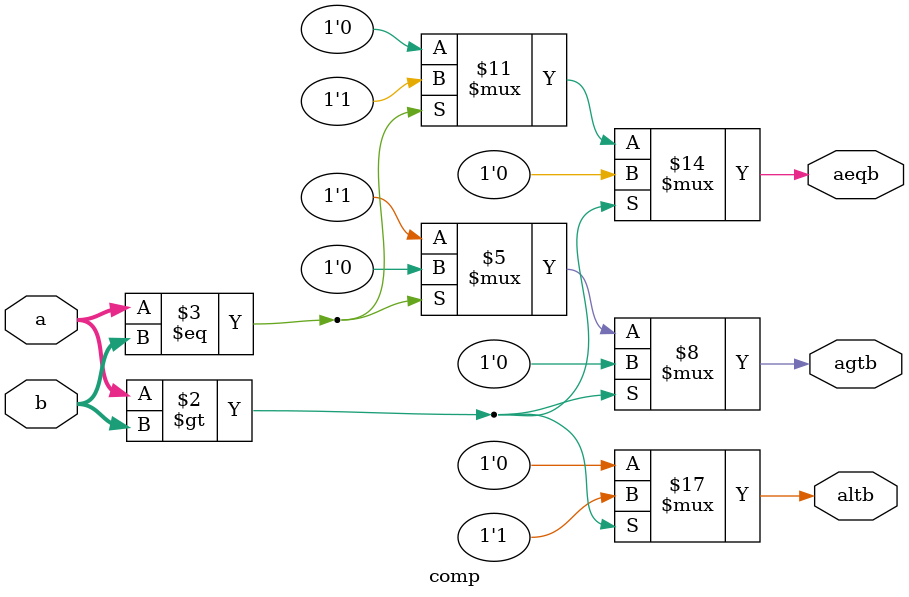
<source format=v>
module comp
    #(
        parameter N=4
    )
    (
        input [N-1:0] a,b,
        output reg altb, aeqb, agtb
    );

    always@(*) begin
        altb <= 0;
        aeqb <= 0;
        agtb <= 0;

        if (a>b) altb <= 1'b1;
        else if (a==b) aeqb <= 1'b1;
        else agtb <= 1'b1;
    end

endmodule


</source>
